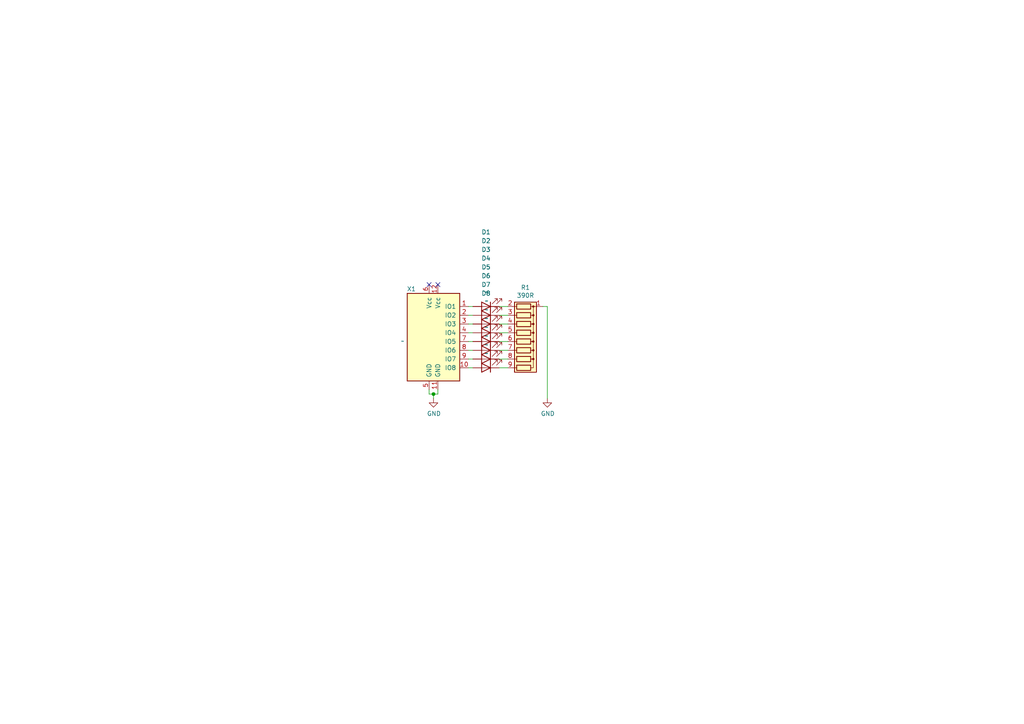
<source format=kicad_sch>
(kicad_sch (version 20230121) (generator eeschema)

  (uuid 1f1fe1cb-9e20-4677-b469-f9885a3caf1c)

  (paper "A4")

  (title_block
    (title "LED-Pmod")
    (date "2021-03-07")
    (rev "1.0")
    (company "Kampis-Elektroecke")
    (comment 4 "Author: Ing. Daniel Kampert")
  )

  (lib_symbols
    (symbol "Device:LED" (pin_numbers hide) (pin_names (offset 1.016) hide) (in_bom yes) (on_board yes)
      (property "Reference" "D" (at 0 2.54 0)
        (effects (font (size 1.27 1.27)))
      )
      (property "Value" "LED" (at 0 -2.54 0)
        (effects (font (size 1.27 1.27)))
      )
      (property "Footprint" "" (at 0 0 0)
        (effects (font (size 1.27 1.27)) hide)
      )
      (property "Datasheet" "~" (at 0 0 0)
        (effects (font (size 1.27 1.27)) hide)
      )
      (property "ki_keywords" "LED diode" (at 0 0 0)
        (effects (font (size 1.27 1.27)) hide)
      )
      (property "ki_description" "Light emitting diode" (at 0 0 0)
        (effects (font (size 1.27 1.27)) hide)
      )
      (property "ki_fp_filters" "LED* LED_SMD:* LED_THT:*" (at 0 0 0)
        (effects (font (size 1.27 1.27)) hide)
      )
      (symbol "LED_0_1"
        (polyline
          (pts
            (xy -1.27 -1.27)
            (xy -1.27 1.27)
          )
          (stroke (width 0.254) (type default))
          (fill (type none))
        )
        (polyline
          (pts
            (xy -1.27 0)
            (xy 1.27 0)
          )
          (stroke (width 0) (type default))
          (fill (type none))
        )
        (polyline
          (pts
            (xy 1.27 -1.27)
            (xy 1.27 1.27)
            (xy -1.27 0)
            (xy 1.27 -1.27)
          )
          (stroke (width 0.254) (type default))
          (fill (type none))
        )
        (polyline
          (pts
            (xy -3.048 -0.762)
            (xy -4.572 -2.286)
            (xy -3.81 -2.286)
            (xy -4.572 -2.286)
            (xy -4.572 -1.524)
          )
          (stroke (width 0) (type default))
          (fill (type none))
        )
        (polyline
          (pts
            (xy -1.778 -0.762)
            (xy -3.302 -2.286)
            (xy -2.54 -2.286)
            (xy -3.302 -2.286)
            (xy -3.302 -1.524)
          )
          (stroke (width 0) (type default))
          (fill (type none))
        )
      )
      (symbol "LED_1_1"
        (pin passive line (at -3.81 0 0) (length 2.54)
          (name "K" (effects (font (size 1.27 1.27))))
          (number "1" (effects (font (size 1.27 1.27))))
        )
        (pin passive line (at 3.81 0 180) (length 2.54)
          (name "A" (effects (font (size 1.27 1.27))))
          (number "2" (effects (font (size 1.27 1.27))))
        )
      )
    )
    (symbol "Device:R_Network08" (pin_names (offset 0) hide) (in_bom yes) (on_board yes)
      (property "Reference" "RN" (at -12.7 0 90)
        (effects (font (size 1.27 1.27)))
      )
      (property "Value" "R_Network08" (at 10.16 0 90)
        (effects (font (size 1.27 1.27)))
      )
      (property "Footprint" "Resistor_THT:R_Array_SIP9" (at 12.065 0 90)
        (effects (font (size 1.27 1.27)) hide)
      )
      (property "Datasheet" "http://www.vishay.com/docs/31509/csc.pdf" (at 0 0 0)
        (effects (font (size 1.27 1.27)) hide)
      )
      (property "ki_keywords" "R network star-topology" (at 0 0 0)
        (effects (font (size 1.27 1.27)) hide)
      )
      (property "ki_description" "8 resistor network, star topology, bussed resistors, small symbol" (at 0 0 0)
        (effects (font (size 1.27 1.27)) hide)
      )
      (property "ki_fp_filters" "R?Array?SIP*" (at 0 0 0)
        (effects (font (size 1.27 1.27)) hide)
      )
      (symbol "R_Network08_0_1"
        (rectangle (start -11.43 -3.175) (end 8.89 3.175)
          (stroke (width 0.254) (type default))
          (fill (type background))
        )
        (rectangle (start -10.922 1.524) (end -9.398 -2.54)
          (stroke (width 0.254) (type default))
          (fill (type none))
        )
        (circle (center -10.16 2.286) (radius 0.254)
          (stroke (width 0) (type default))
          (fill (type outline))
        )
        (rectangle (start -8.382 1.524) (end -6.858 -2.54)
          (stroke (width 0.254) (type default))
          (fill (type none))
        )
        (circle (center -7.62 2.286) (radius 0.254)
          (stroke (width 0) (type default))
          (fill (type outline))
        )
        (rectangle (start -5.842 1.524) (end -4.318 -2.54)
          (stroke (width 0.254) (type default))
          (fill (type none))
        )
        (circle (center -5.08 2.286) (radius 0.254)
          (stroke (width 0) (type default))
          (fill (type outline))
        )
        (rectangle (start -3.302 1.524) (end -1.778 -2.54)
          (stroke (width 0.254) (type default))
          (fill (type none))
        )
        (circle (center -2.54 2.286) (radius 0.254)
          (stroke (width 0) (type default))
          (fill (type outline))
        )
        (rectangle (start -0.762 1.524) (end 0.762 -2.54)
          (stroke (width 0.254) (type default))
          (fill (type none))
        )
        (polyline
          (pts
            (xy -10.16 -2.54)
            (xy -10.16 -3.81)
          )
          (stroke (width 0) (type default))
          (fill (type none))
        )
        (polyline
          (pts
            (xy -7.62 -2.54)
            (xy -7.62 -3.81)
          )
          (stroke (width 0) (type default))
          (fill (type none))
        )
        (polyline
          (pts
            (xy -5.08 -2.54)
            (xy -5.08 -3.81)
          )
          (stroke (width 0) (type default))
          (fill (type none))
        )
        (polyline
          (pts
            (xy -2.54 -2.54)
            (xy -2.54 -3.81)
          )
          (stroke (width 0) (type default))
          (fill (type none))
        )
        (polyline
          (pts
            (xy 0 -2.54)
            (xy 0 -3.81)
          )
          (stroke (width 0) (type default))
          (fill (type none))
        )
        (polyline
          (pts
            (xy 2.54 -2.54)
            (xy 2.54 -3.81)
          )
          (stroke (width 0) (type default))
          (fill (type none))
        )
        (polyline
          (pts
            (xy 5.08 -2.54)
            (xy 5.08 -3.81)
          )
          (stroke (width 0) (type default))
          (fill (type none))
        )
        (polyline
          (pts
            (xy 7.62 -2.54)
            (xy 7.62 -3.81)
          )
          (stroke (width 0) (type default))
          (fill (type none))
        )
        (polyline
          (pts
            (xy -10.16 1.524)
            (xy -10.16 2.286)
            (xy -7.62 2.286)
            (xy -7.62 1.524)
          )
          (stroke (width 0) (type default))
          (fill (type none))
        )
        (polyline
          (pts
            (xy -7.62 1.524)
            (xy -7.62 2.286)
            (xy -5.08 2.286)
            (xy -5.08 1.524)
          )
          (stroke (width 0) (type default))
          (fill (type none))
        )
        (polyline
          (pts
            (xy -5.08 1.524)
            (xy -5.08 2.286)
            (xy -2.54 2.286)
            (xy -2.54 1.524)
          )
          (stroke (width 0) (type default))
          (fill (type none))
        )
        (polyline
          (pts
            (xy -2.54 1.524)
            (xy -2.54 2.286)
            (xy 0 2.286)
            (xy 0 1.524)
          )
          (stroke (width 0) (type default))
          (fill (type none))
        )
        (polyline
          (pts
            (xy 0 1.524)
            (xy 0 2.286)
            (xy 2.54 2.286)
            (xy 2.54 1.524)
          )
          (stroke (width 0) (type default))
          (fill (type none))
        )
        (polyline
          (pts
            (xy 2.54 1.524)
            (xy 2.54 2.286)
            (xy 5.08 2.286)
            (xy 5.08 1.524)
          )
          (stroke (width 0) (type default))
          (fill (type none))
        )
        (polyline
          (pts
            (xy 5.08 1.524)
            (xy 5.08 2.286)
            (xy 7.62 2.286)
            (xy 7.62 1.524)
          )
          (stroke (width 0) (type default))
          (fill (type none))
        )
        (circle (center 0 2.286) (radius 0.254)
          (stroke (width 0) (type default))
          (fill (type outline))
        )
        (rectangle (start 1.778 1.524) (end 3.302 -2.54)
          (stroke (width 0.254) (type default))
          (fill (type none))
        )
        (circle (center 2.54 2.286) (radius 0.254)
          (stroke (width 0) (type default))
          (fill (type outline))
        )
        (rectangle (start 4.318 1.524) (end 5.842 -2.54)
          (stroke (width 0.254) (type default))
          (fill (type none))
        )
        (circle (center 5.08 2.286) (radius 0.254)
          (stroke (width 0) (type default))
          (fill (type outline))
        )
        (rectangle (start 6.858 1.524) (end 8.382 -2.54)
          (stroke (width 0.254) (type default))
          (fill (type none))
        )
      )
      (symbol "R_Network08_1_1"
        (pin passive line (at -10.16 5.08 270) (length 2.54)
          (name "common" (effects (font (size 1.27 1.27))))
          (number "1" (effects (font (size 1.27 1.27))))
        )
        (pin passive line (at -10.16 -5.08 90) (length 1.27)
          (name "R1" (effects (font (size 1.27 1.27))))
          (number "2" (effects (font (size 1.27 1.27))))
        )
        (pin passive line (at -7.62 -5.08 90) (length 1.27)
          (name "R2" (effects (font (size 1.27 1.27))))
          (number "3" (effects (font (size 1.27 1.27))))
        )
        (pin passive line (at -5.08 -5.08 90) (length 1.27)
          (name "R3" (effects (font (size 1.27 1.27))))
          (number "4" (effects (font (size 1.27 1.27))))
        )
        (pin passive line (at -2.54 -5.08 90) (length 1.27)
          (name "R4" (effects (font (size 1.27 1.27))))
          (number "5" (effects (font (size 1.27 1.27))))
        )
        (pin passive line (at 0 -5.08 90) (length 1.27)
          (name "R5" (effects (font (size 1.27 1.27))))
          (number "6" (effects (font (size 1.27 1.27))))
        )
        (pin passive line (at 2.54 -5.08 90) (length 1.27)
          (name "R6" (effects (font (size 1.27 1.27))))
          (number "7" (effects (font (size 1.27 1.27))))
        )
        (pin passive line (at 5.08 -5.08 90) (length 1.27)
          (name "R7" (effects (font (size 1.27 1.27))))
          (number "8" (effects (font (size 1.27 1.27))))
        )
        (pin passive line (at 7.62 -5.08 90) (length 1.27)
          (name "R8" (effects (font (size 1.27 1.27))))
          (number "9" (effects (font (size 1.27 1.27))))
        )
      )
    )
    (symbol "LED_Pmod-rescue:Pmod_Header_2x06-Digilent" (pin_names (offset 1.016)) (in_bom yes) (on_board yes)
      (property "Reference" "X" (at -6.35 13.97 0)
        (effects (font (size 1.27 1.27)))
      )
      (property "Value" "Digilent_Pmod_Header_2x06" (at 1.27 -13.97 0)
        (effects (font (size 1.27 1.27)))
      )
      (property "Footprint" "Digilent:Pmod-Header-2x06" (at 21.59 13.97 0)
        (effects (font (size 1.27 1.27)) hide)
      )
      (property "Datasheet" "" (at 21.59 13.97 0)
        (effects (font (size 1.27 1.27)) hide)
      )
      (property "Mfr." "Amphenol FCI" (at 0 0 0)
        (effects (font (size 1.27 1.27)) hide)
      )
      (property "Mfr. No." "77317-412-12LF" (at 0 0 0)
        (effects (font (size 1.27 1.27)) hide)
      )
      (symbol "Pmod_Header_2x06-Digilent_1_1"
        (rectangle (start -7.62 12.7) (end 7.62 -12.7)
          (stroke (width 0.254) (type solid))
          (fill (type background))
        )
        (pin bidirectional line (at 10.16 8.89 180) (length 2.54)
          (name "IO1" (effects (font (size 1.27 1.27))))
          (number "1" (effects (font (size 1.27 1.27))))
        )
        (pin bidirectional line (at 10.16 -8.89 180) (length 2.54)
          (name "IO8" (effects (font (size 1.27 1.27))))
          (number "10" (effects (font (size 1.27 1.27))))
        )
        (pin passive line (at 1.27 -15.24 90) (length 2.54)
          (name "GND" (effects (font (size 1.27 1.27))))
          (number "11" (effects (font (size 1.27 1.27))))
        )
        (pin power_in line (at 1.27 15.24 270) (length 2.54)
          (name "Vcc" (effects (font (size 1.27 1.27))))
          (number "12" (effects (font (size 1.27 1.27))))
        )
        (pin bidirectional line (at 10.16 6.35 180) (length 2.54)
          (name "IO2" (effects (font (size 1.27 1.27))))
          (number "2" (effects (font (size 1.27 1.27))))
        )
        (pin bidirectional line (at 10.16 3.81 180) (length 2.54)
          (name "IO3" (effects (font (size 1.27 1.27))))
          (number "3" (effects (font (size 1.27 1.27))))
        )
        (pin bidirectional line (at 10.16 1.27 180) (length 2.54)
          (name "IO4" (effects (font (size 1.27 1.27))))
          (number "4" (effects (font (size 1.27 1.27))))
        )
        (pin passive line (at -1.27 -15.24 90) (length 2.54)
          (name "GND" (effects (font (size 1.27 1.27))))
          (number "5" (effects (font (size 1.27 1.27))))
        )
        (pin power_in line (at -1.27 15.24 270) (length 2.54)
          (name "Vcc" (effects (font (size 1.27 1.27))))
          (number "6" (effects (font (size 1.27 1.27))))
        )
        (pin bidirectional line (at 10.16 -1.27 180) (length 2.54)
          (name "IO5" (effects (font (size 1.27 1.27))))
          (number "7" (effects (font (size 1.27 1.27))))
        )
        (pin bidirectional line (at 10.16 -3.81 180) (length 2.54)
          (name "IO6" (effects (font (size 1.27 1.27))))
          (number "8" (effects (font (size 1.27 1.27))))
        )
        (pin bidirectional line (at 10.16 -6.35 180) (length 2.54)
          (name "IO7" (effects (font (size 1.27 1.27))))
          (number "9" (effects (font (size 1.27 1.27))))
        )
      )
    )
    (symbol "power:GND" (power) (pin_names (offset 0)) (in_bom yes) (on_board yes)
      (property "Reference" "#PWR" (at 0 -6.35 0)
        (effects (font (size 1.27 1.27)) hide)
      )
      (property "Value" "GND" (at 0 -3.81 0)
        (effects (font (size 1.27 1.27)))
      )
      (property "Footprint" "" (at 0 0 0)
        (effects (font (size 1.27 1.27)) hide)
      )
      (property "Datasheet" "" (at 0 0 0)
        (effects (font (size 1.27 1.27)) hide)
      )
      (property "ki_keywords" "global power" (at 0 0 0)
        (effects (font (size 1.27 1.27)) hide)
      )
      (property "ki_description" "Power symbol creates a global label with name \"GND\" , ground" (at 0 0 0)
        (effects (font (size 1.27 1.27)) hide)
      )
      (symbol "GND_0_1"
        (polyline
          (pts
            (xy 0 0)
            (xy 0 -1.27)
            (xy 1.27 -1.27)
            (xy 0 -2.54)
            (xy -1.27 -1.27)
            (xy 0 -1.27)
          )
          (stroke (width 0) (type default))
          (fill (type none))
        )
      )
      (symbol "GND_1_1"
        (pin power_in line (at 0 0 270) (length 0) hide
          (name "GND" (effects (font (size 1.27 1.27))))
          (number "1" (effects (font (size 1.27 1.27))))
        )
      )
    )
  )

  (junction (at 125.73 114.3) (diameter 0) (color 0 0 0 0)
    (uuid 99f39649-6bcf-4398-b5c1-af84fa471409)
  )

  (no_connect (at 127 82.55) (uuid 89906438-3b04-4eed-be09-0121072ca585))
  (no_connect (at 124.46 82.55) (uuid a3a27769-b18e-4b06-82b5-c60246156d23))

  (wire (pts (xy 137.16 104.14) (xy 135.89 104.14))
    (stroke (width 0) (type default))
    (uuid 1969bdab-ca01-46cc-80e1-db1ce1f7f8e1)
  )
  (wire (pts (xy 124.46 113.03) (xy 124.46 114.3))
    (stroke (width 0) (type default))
    (uuid 318ee40e-0bda-40d5-9e34-06c0d1911927)
  )
  (wire (pts (xy 144.78 88.9) (xy 147.32 88.9))
    (stroke (width 0) (type default))
    (uuid 3c69d396-1b6e-4ca4-bb43-6c6a22fed9e9)
  )
  (wire (pts (xy 137.16 99.06) (xy 135.89 99.06))
    (stroke (width 0) (type default))
    (uuid 43e4f7f9-8454-4f3c-8d9b-b4da7c352860)
  )
  (wire (pts (xy 144.78 106.68) (xy 147.32 106.68))
    (stroke (width 0) (type default))
    (uuid 46a1f2ac-8301-4fd6-95f1-07ebfccdb0a2)
  )
  (wire (pts (xy 144.78 99.06) (xy 147.32 99.06))
    (stroke (width 0) (type default))
    (uuid 520803dd-0acf-4407-aa31-014faf3d7e37)
  )
  (wire (pts (xy 127 114.3) (xy 127 113.03))
    (stroke (width 0) (type default))
    (uuid 64cc32cb-10c6-472c-b329-e0a8adf036e5)
  )
  (wire (pts (xy 144.78 91.44) (xy 147.32 91.44))
    (stroke (width 0) (type default))
    (uuid 8607920c-5465-42a9-bcfe-e2beb6e26e7f)
  )
  (wire (pts (xy 158.75 88.9) (xy 158.75 115.57))
    (stroke (width 0) (type default))
    (uuid 9324f13a-fffb-48de-90a1-f5363992ec85)
  )
  (wire (pts (xy 157.48 88.9) (xy 158.75 88.9))
    (stroke (width 0) (type default))
    (uuid a04a73a9-4e0e-426f-90db-d76160784a92)
  )
  (wire (pts (xy 147.32 101.6) (xy 144.78 101.6))
    (stroke (width 0) (type default))
    (uuid a46a13d1-06ba-4cfc-9d63-1e287ae191b7)
  )
  (wire (pts (xy 135.89 88.9) (xy 137.16 88.9))
    (stroke (width 0) (type default))
    (uuid bc0f9c24-8757-4f0a-8aa9-5d8bb6960c99)
  )
  (wire (pts (xy 125.73 114.3) (xy 127 114.3))
    (stroke (width 0) (type default))
    (uuid bf40bf41-3921-4504-a086-7ea41e08e947)
  )
  (wire (pts (xy 125.73 114.3) (xy 125.73 115.57))
    (stroke (width 0) (type default))
    (uuid bfc96382-975b-41cc-933e-6f4c0aa56f22)
  )
  (wire (pts (xy 144.78 96.52) (xy 147.32 96.52))
    (stroke (width 0) (type default))
    (uuid cc6096b1-201b-4187-baaf-2433903e56f8)
  )
  (wire (pts (xy 137.16 93.98) (xy 135.89 93.98))
    (stroke (width 0) (type default))
    (uuid d4999f6e-8138-4e79-9d83-95531bc333ed)
  )
  (wire (pts (xy 135.89 101.6) (xy 137.16 101.6))
    (stroke (width 0) (type default))
    (uuid db987c96-c7e1-4f98-b80b-f7781e63cb7c)
  )
  (wire (pts (xy 144.78 93.98) (xy 147.32 93.98))
    (stroke (width 0) (type default))
    (uuid decbbc20-043a-45e8-90a8-0a6d4509fd56)
  )
  (wire (pts (xy 144.78 104.14) (xy 147.32 104.14))
    (stroke (width 0) (type default))
    (uuid e0be9b91-cbc7-44c7-b303-9f8154d29c01)
  )
  (wire (pts (xy 137.16 91.44) (xy 135.89 91.44))
    (stroke (width 0) (type default))
    (uuid e6b84fe8-3a62-41d2-87c3-5eadf4d3fe8a)
  )
  (wire (pts (xy 124.46 114.3) (xy 125.73 114.3))
    (stroke (width 0) (type default))
    (uuid ebfbc882-45c8-4f2e-b947-ed22ed84c3c5)
  )
  (wire (pts (xy 135.89 96.52) (xy 137.16 96.52))
    (stroke (width 0) (type default))
    (uuid ef8017a1-7f3a-4ba5-94ed-fadeeee56537)
  )
  (wire (pts (xy 135.89 106.68) (xy 137.16 106.68))
    (stroke (width 0) (type default))
    (uuid fdd2566c-0380-4b3e-9492-2475f3f385ba)
  )

  (symbol (lib_id "LED_Pmod-rescue:Pmod_Header_2x06-Digilent") (at 125.73 97.79 0) (unit 1)
    (in_bom yes) (on_board yes) (dnp no)
    (uuid 00000000-0000-0000-0000-00006045e094)
    (property "Reference" "X1" (at 120.65 83.82 0)
      (effects (font (size 1.27 1.27)) (justify right))
    )
    (property "Value" "~" (at 117.348 98.933 0)
      (effects (font (size 1.27 1.27)) (justify right))
    )
    (property "Footprint" "Digilent:Pmod-Header-2x06" (at 147.32 83.82 0)
      (effects (font (size 1.27 1.27)) hide)
    )
    (property "Datasheet" "https://reference.digilentinc.com/_media/reference/pmod/pmod-interface-specification-1_2_0.pdf" (at 147.32 83.82 0)
      (effects (font (size 1.27 1.27)) hide)
    )
    (property "Mfr." "Amphenol FCI" (at 125.73 97.79 0)
      (effects (font (size 1.27 1.27)) hide)
    )
    (property "Mfr. No." "77317-412-12LF" (at 125.73 97.79 0)
      (effects (font (size 1.27 1.27)) hide)
    )
    (property "Distributor" "Mouser" (at 125.73 97.79 0)
      (effects (font (size 1.27 1.27)) hide)
    )
    (property "Order Number" "649-77317-412-12LF" (at 125.73 97.79 0)
      (effects (font (size 1.27 1.27)) hide)
    )
    (pin "1" (uuid d9c947ab-2a8c-424c-ad09-c7b9416bee34))
    (pin "10" (uuid cee3a569-3a7c-4eb2-a80c-52fc1c835287))
    (pin "11" (uuid 52205f17-14a3-43a6-b146-26cf2ca9080c))
    (pin "12" (uuid bf7a54b5-b150-462a-a5ba-ebc16769db06))
    (pin "2" (uuid 4216c92d-e289-4db7-b63c-581b3c01c3fc))
    (pin "3" (uuid e1cd22a3-1b56-42d9-a2fe-aec2e78feb51))
    (pin "4" (uuid b009b43d-82a8-4860-92d9-af839868c05a))
    (pin "5" (uuid 1254b014-66bf-4dbd-9f93-7c96f0ec801a))
    (pin "6" (uuid a02c321e-dfa5-4c27-bea9-33fdbd1bc881))
    (pin "7" (uuid 089de27f-d066-4e85-82e8-42cb1d763184))
    (pin "8" (uuid b8b2b3e4-c63e-49ba-8db9-979fd05ef92d))
    (pin "9" (uuid b5ad6909-fa4d-46bd-a4f8-b374436b15c8))
    (instances
      (project "LED_Pmod"
        (path "/1f1fe1cb-9e20-4677-b469-f9885a3caf1c"
          (reference "X1") (unit 1)
        )
      )
    )
  )

  (symbol (lib_id "power:GND") (at 125.73 115.57 0) (unit 1)
    (in_bom yes) (on_board yes) (dnp no)
    (uuid 00000000-0000-0000-0000-00006045f14d)
    (property "Reference" "#PWR01" (at 125.73 121.92 0)
      (effects (font (size 1.27 1.27)) hide)
    )
    (property "Value" "GND" (at 125.857 119.9642 0)
      (effects (font (size 1.27 1.27)))
    )
    (property "Footprint" "" (at 125.73 115.57 0)
      (effects (font (size 1.27 1.27)) hide)
    )
    (property "Datasheet" "" (at 125.73 115.57 0)
      (effects (font (size 1.27 1.27)) hide)
    )
    (pin "1" (uuid 1b7dc8ad-ed22-4e1d-bffd-053fb39c24e7))
    (instances
      (project "LED_Pmod"
        (path "/1f1fe1cb-9e20-4677-b469-f9885a3caf1c"
          (reference "#PWR01") (unit 1)
        )
      )
    )
  )

  (symbol (lib_id "Device:LED") (at 140.97 88.9 180) (unit 1)
    (in_bom yes) (on_board yes) (dnp no)
    (uuid 00000000-0000-0000-0000-000060460095)
    (property "Reference" "D1" (at 140.97 67.31 0)
      (effects (font (size 1.27 1.27)))
    )
    (property "Value" "~" (at 141.1478 84.7344 0)
      (effects (font (size 1.27 1.27)))
    )
    (property "Footprint" "LED_THT:LED_D3.0mm" (at 140.97 88.9 0)
      (effects (font (size 1.27 1.27)) hide)
    )
    (property "Datasheet" "https://www.we-online.de/katalog/datasheet/151033RS03000.pdf" (at 140.97 88.9 0)
      (effects (font (size 1.27 1.27)) hide)
    )
    (property "Mfr." "Wurth Elektronik" (at 140.97 88.9 0)
      (effects (font (size 1.27 1.27)) hide)
    )
    (property "Mfr. No." "151033RS03000" (at 140.97 88.9 0)
      (effects (font (size 1.27 1.27)) hide)
    )
    (property "Distributor" "Mouser" (at 140.97 88.9 0)
      (effects (font (size 1.27 1.27)) hide)
    )
    (property "Order Number" "710-151033RS03000" (at 140.97 88.9 0)
      (effects (font (size 1.27 1.27)) hide)
    )
    (pin "1" (uuid 10268342-d514-413d-80ca-1a8d1fa62c7d))
    (pin "2" (uuid b9225041-4800-4a2e-bc8d-8eede9dbf633))
    (instances
      (project "LED_Pmod"
        (path "/1f1fe1cb-9e20-4677-b469-f9885a3caf1c"
          (reference "D1") (unit 1)
        )
      )
    )
  )

  (symbol (lib_id "Device:R_Network08") (at 152.4 99.06 270) (unit 1)
    (in_bom yes) (on_board yes) (dnp no)
    (uuid 00000000-0000-0000-0000-0000604616bd)
    (property "Reference" "R1" (at 152.4 83.3882 90)
      (effects (font (size 1.27 1.27)))
    )
    (property "Value" "390R" (at 152.4 85.6996 90)
      (effects (font (size 1.27 1.27)))
    )
    (property "Footprint" "Resistor_THT:R_Array_SIP9" (at 152.4 97.282 90)
      (effects (font (size 1.27 1.27)) hide)
    )
    (property "Datasheet" "https://www.bourns.com/pdfs/4600X.pdf" (at 152.4 99.06 0)
      (effects (font (size 1.27 1.27)) hide)
    )
    (property "Mfr." "Bourns" (at 152.4 99.06 0)
      (effects (font (size 1.27 1.27)) hide)
    )
    (property "Mfr. No." "4604X-102-391LF" (at 152.4 99.06 0)
      (effects (font (size 1.27 1.27)) hide)
    )
    (property "Distributor" "Mouser" (at 152.4 99.06 0)
      (effects (font (size 1.27 1.27)) hide)
    )
    (property "Order Number" "652-4604X-2LF-390" (at 152.4 99.06 0)
      (effects (font (size 1.27 1.27)) hide)
    )
    (pin "1" (uuid 3303080a-eac4-4f28-a2a5-9aaae83fd437))
    (pin "2" (uuid 1f7582ed-ea68-4143-8a92-837191970ee7))
    (pin "3" (uuid 52baf49e-164b-480d-909b-aefe40a16815))
    (pin "4" (uuid 6890c3b3-2109-4b84-a8b6-27fbc956f2dc))
    (pin "5" (uuid 433d091a-c1bc-4d15-8594-aee86bd08ccf))
    (pin "6" (uuid 77fbbe2c-122d-41dd-829e-fbc70dbbbd6a))
    (pin "7" (uuid c16fdd52-a2c6-44a8-8cda-5621134494c1))
    (pin "8" (uuid 8f710835-faef-4301-9ca1-20b002a3db1b))
    (pin "9" (uuid 5946e689-5c10-4eb5-b874-dcd1f7926f6e))
    (instances
      (project "LED_Pmod"
        (path "/1f1fe1cb-9e20-4677-b469-f9885a3caf1c"
          (reference "R1") (unit 1)
        )
      )
    )
  )

  (symbol (lib_id "power:GND") (at 158.75 115.57 0) (unit 1)
    (in_bom yes) (on_board yes) (dnp no)
    (uuid 00000000-0000-0000-0000-000060467202)
    (property "Reference" "#PWR02" (at 158.75 121.92 0)
      (effects (font (size 1.27 1.27)) hide)
    )
    (property "Value" "GND" (at 158.877 119.9642 0)
      (effects (font (size 1.27 1.27)))
    )
    (property "Footprint" "" (at 158.75 115.57 0)
      (effects (font (size 1.27 1.27)) hide)
    )
    (property "Datasheet" "" (at 158.75 115.57 0)
      (effects (font (size 1.27 1.27)) hide)
    )
    (pin "1" (uuid c4bea194-cd63-4ac5-b47b-caee7f819deb))
    (instances
      (project "LED_Pmod"
        (path "/1f1fe1cb-9e20-4677-b469-f9885a3caf1c"
          (reference "#PWR02") (unit 1)
        )
      )
    )
  )

  (symbol (lib_id "Device:LED") (at 140.97 91.44 180) (unit 1)
    (in_bom yes) (on_board yes) (dnp no)
    (uuid 00000000-0000-0000-0000-000060467aa1)
    (property "Reference" "D2" (at 140.97 69.85 0)
      (effects (font (size 1.27 1.27)))
    )
    (property "Value" "~" (at 141.1478 87.2744 0)
      (effects (font (size 1.27 1.27)))
    )
    (property "Footprint" "LED_THT:LED_D3.0mm" (at 140.97 91.44 0)
      (effects (font (size 1.27 1.27)) hide)
    )
    (property "Datasheet" "https://www.we-online.de/katalog/datasheet/151033RS03000.pdf" (at 140.97 91.44 0)
      (effects (font (size 1.27 1.27)) hide)
    )
    (property "Mfr." "Wurth Elektronik" (at 140.97 91.44 0)
      (effects (font (size 1.27 1.27)) hide)
    )
    (property "Mfr. No." "151033RS03000" (at 140.97 91.44 0)
      (effects (font (size 1.27 1.27)) hide)
    )
    (property "Distributor" "Mouser" (at 140.97 91.44 0)
      (effects (font (size 1.27 1.27)) hide)
    )
    (property "Order Number" "710-151033RS03000" (at 140.97 91.44 0)
      (effects (font (size 1.27 1.27)) hide)
    )
    (pin "1" (uuid 876c2e15-acb3-480e-8859-7d9b2114abb9))
    (pin "2" (uuid 0f5e741b-98b4-45a1-ace8-eed285fe889b))
    (instances
      (project "LED_Pmod"
        (path "/1f1fe1cb-9e20-4677-b469-f9885a3caf1c"
          (reference "D2") (unit 1)
        )
      )
    )
  )

  (symbol (lib_id "Device:LED") (at 140.97 93.98 180) (unit 1)
    (in_bom yes) (on_board yes) (dnp no)
    (uuid 00000000-0000-0000-0000-000060467cbf)
    (property "Reference" "D3" (at 140.97 72.39 0)
      (effects (font (size 1.27 1.27)))
    )
    (property "Value" "~" (at 141.1478 89.8144 0)
      (effects (font (size 1.27 1.27)))
    )
    (property "Footprint" "LED_THT:LED_D3.0mm" (at 140.97 93.98 0)
      (effects (font (size 1.27 1.27)) hide)
    )
    (property "Datasheet" "https://www.we-online.de/katalog/datasheet/151033RS03000.pdf" (at 140.97 93.98 0)
      (effects (font (size 1.27 1.27)) hide)
    )
    (property "Mfr." "Wurth Elektronik" (at 140.97 93.98 0)
      (effects (font (size 1.27 1.27)) hide)
    )
    (property "Mfr. No." "151033RS03000" (at 140.97 93.98 0)
      (effects (font (size 1.27 1.27)) hide)
    )
    (property "Distributor" "Mouser" (at 140.97 93.98 0)
      (effects (font (size 1.27 1.27)) hide)
    )
    (property "Order Number" "710-151033RS03000" (at 140.97 93.98 0)
      (effects (font (size 1.27 1.27)) hide)
    )
    (pin "1" (uuid a6f566e1-d6c0-47fd-ae43-1d3453538663))
    (pin "2" (uuid 1ce81473-f3cd-4cd6-a5b0-957122c2a55b))
    (instances
      (project "LED_Pmod"
        (path "/1f1fe1cb-9e20-4677-b469-f9885a3caf1c"
          (reference "D3") (unit 1)
        )
      )
    )
  )

  (symbol (lib_id "Device:LED") (at 140.97 96.52 180) (unit 1)
    (in_bom yes) (on_board yes) (dnp no)
    (uuid 00000000-0000-0000-0000-000060468171)
    (property "Reference" "D4" (at 140.97 74.93 0)
      (effects (font (size 1.27 1.27)))
    )
    (property "Value" "~" (at 141.1478 92.3544 0)
      (effects (font (size 1.27 1.27)))
    )
    (property "Footprint" "LED_THT:LED_D3.0mm" (at 140.97 96.52 0)
      (effects (font (size 1.27 1.27)) hide)
    )
    (property "Datasheet" "https://www.we-online.de/katalog/datasheet/151033RS03000.pdf" (at 140.97 96.52 0)
      (effects (font (size 1.27 1.27)) hide)
    )
    (property "Mfr." "Wurth Elektronik" (at 140.97 96.52 0)
      (effects (font (size 1.27 1.27)) hide)
    )
    (property "Mfr. No." "151033RS03000" (at 140.97 96.52 0)
      (effects (font (size 1.27 1.27)) hide)
    )
    (property "Distributor" "Mouser" (at 140.97 96.52 0)
      (effects (font (size 1.27 1.27)) hide)
    )
    (property "Order Number" "710-151033RS03000" (at 140.97 96.52 0)
      (effects (font (size 1.27 1.27)) hide)
    )
    (pin "1" (uuid 49712b1c-2802-441f-bbf0-95f107dad5c7))
    (pin "2" (uuid 8eea9783-33ad-4db2-a2ad-da6724b3f586))
    (instances
      (project "LED_Pmod"
        (path "/1f1fe1cb-9e20-4677-b469-f9885a3caf1c"
          (reference "D4") (unit 1)
        )
      )
    )
  )

  (symbol (lib_id "Device:LED") (at 140.97 99.06 180) (unit 1)
    (in_bom yes) (on_board yes) (dnp no)
    (uuid 00000000-0000-0000-0000-0000604683cb)
    (property "Reference" "D5" (at 140.97 77.47 0)
      (effects (font (size 1.27 1.27)))
    )
    (property "Value" "~" (at 141.1478 94.8944 0)
      (effects (font (size 1.27 1.27)))
    )
    (property "Footprint" "LED_THT:LED_D3.0mm" (at 140.97 99.06 0)
      (effects (font (size 1.27 1.27)) hide)
    )
    (property "Datasheet" "https://www.we-online.de/katalog/datasheet/151033RS03000.pdf" (at 140.97 99.06 0)
      (effects (font (size 1.27 1.27)) hide)
    )
    (property "Mfr." "Wurth Elektronik" (at 140.97 99.06 0)
      (effects (font (size 1.27 1.27)) hide)
    )
    (property "Mfr. No." "151033RS03000" (at 140.97 99.06 0)
      (effects (font (size 1.27 1.27)) hide)
    )
    (property "Distributor" "Mouser" (at 140.97 99.06 0)
      (effects (font (size 1.27 1.27)) hide)
    )
    (property "Order Number" "710-151033RS03000" (at 140.97 99.06 0)
      (effects (font (size 1.27 1.27)) hide)
    )
    (pin "1" (uuid 224ef4aa-2dac-484a-8b03-f9394f2d587e))
    (pin "2" (uuid ccd2733b-9c2f-4313-835e-2a2a02019195))
    (instances
      (project "LED_Pmod"
        (path "/1f1fe1cb-9e20-4677-b469-f9885a3caf1c"
          (reference "D5") (unit 1)
        )
      )
    )
  )

  (symbol (lib_id "Device:LED") (at 140.97 101.6 180) (unit 1)
    (in_bom yes) (on_board yes) (dnp no)
    (uuid 00000000-0000-0000-0000-000060468865)
    (property "Reference" "D6" (at 140.97 80.01 0)
      (effects (font (size 1.27 1.27)))
    )
    (property "Value" "~" (at 141.1478 97.4344 0)
      (effects (font (size 1.27 1.27)))
    )
    (property "Footprint" "LED_THT:LED_D3.0mm" (at 140.97 101.6 0)
      (effects (font (size 1.27 1.27)) hide)
    )
    (property "Datasheet" "https://www.we-online.de/katalog/datasheet/151033RS03000.pdf" (at 140.97 101.6 0)
      (effects (font (size 1.27 1.27)) hide)
    )
    (property "Mfr." "Wurth Elektronik" (at 140.97 101.6 0)
      (effects (font (size 1.27 1.27)) hide)
    )
    (property "Mfr. No." "151033RS03000" (at 140.97 101.6 0)
      (effects (font (size 1.27 1.27)) hide)
    )
    (property "Distributor" "Mouser" (at 140.97 101.6 0)
      (effects (font (size 1.27 1.27)) hide)
    )
    (property "Order Number" "710-151033RS03000" (at 140.97 101.6 0)
      (effects (font (size 1.27 1.27)) hide)
    )
    (pin "1" (uuid f8a4b200-e99b-41eb-b3b2-6a41990899de))
    (pin "2" (uuid 6405c6b4-fa6a-4dcf-b3df-fcfa880e94be))
    (instances
      (project "LED_Pmod"
        (path "/1f1fe1cb-9e20-4677-b469-f9885a3caf1c"
          (reference "D6") (unit 1)
        )
      )
    )
  )

  (symbol (lib_id "Device:LED") (at 140.97 104.14 180) (unit 1)
    (in_bom yes) (on_board yes) (dnp no)
    (uuid 00000000-0000-0000-0000-0000604691e6)
    (property "Reference" "D7" (at 140.97 82.55 0)
      (effects (font (size 1.27 1.27)))
    )
    (property "Value" "~" (at 141.1478 99.9744 0)
      (effects (font (size 1.27 1.27)))
    )
    (property "Footprint" "LED_THT:LED_D3.0mm" (at 140.97 104.14 0)
      (effects (font (size 1.27 1.27)) hide)
    )
    (property "Datasheet" "https://www.we-online.de/katalog/datasheet/151033RS03000.pdf" (at 140.97 104.14 0)
      (effects (font (size 1.27 1.27)) hide)
    )
    (property "Mfr." "Wurth Elektronik" (at 140.97 104.14 0)
      (effects (font (size 1.27 1.27)) hide)
    )
    (property "Mfr. No." "151033RS03000" (at 140.97 104.14 0)
      (effects (font (size 1.27 1.27)) hide)
    )
    (property "Distributor" "Mouser" (at 140.97 104.14 0)
      (effects (font (size 1.27 1.27)) hide)
    )
    (property "Order Number" "710-151033RS03000" (at 140.97 104.14 0)
      (effects (font (size 1.27 1.27)) hide)
    )
    (pin "1" (uuid e68d4b38-34e3-488f-a876-42d62217a313))
    (pin "2" (uuid c7692b86-0761-41bd-9825-61a050e65ff1))
    (instances
      (project "LED_Pmod"
        (path "/1f1fe1cb-9e20-4677-b469-f9885a3caf1c"
          (reference "D7") (unit 1)
        )
      )
    )
  )

  (symbol (lib_id "Device:LED") (at 140.97 106.68 180) (unit 1)
    (in_bom yes) (on_board yes) (dnp no)
    (uuid 00000000-0000-0000-0000-00006046949a)
    (property "Reference" "D8" (at 140.97 85.09 0)
      (effects (font (size 1.27 1.27)))
    )
    (property "Value" "~" (at 141.1478 102.5144 0)
      (effects (font (size 1.27 1.27)))
    )
    (property "Footprint" "LED_THT:LED_D3.0mm" (at 140.97 106.68 0)
      (effects (font (size 1.27 1.27)) hide)
    )
    (property "Datasheet" "https://www.we-online.de/katalog/datasheet/151033RS03000.pdf" (at 140.97 106.68 0)
      (effects (font (size 1.27 1.27)) hide)
    )
    (property "Mfr." "Wurth Elektronik" (at 140.97 106.68 0)
      (effects (font (size 1.27 1.27)) hide)
    )
    (property "Mfr. No." "151033RS03000" (at 140.97 106.68 0)
      (effects (font (size 1.27 1.27)) hide)
    )
    (property "Distributor" "Mouser" (at 140.97 106.68 0)
      (effects (font (size 1.27 1.27)) hide)
    )
    (property "Order Number" "710-151033RS03000" (at 140.97 106.68 0)
      (effects (font (size 1.27 1.27)) hide)
    )
    (pin "1" (uuid 6fd5529f-45aa-454b-81b1-943de1bf5fc0))
    (pin "2" (uuid a14cadf6-6c12-402f-af6d-e2bb2fc9e2de))
    (instances
      (project "LED_Pmod"
        (path "/1f1fe1cb-9e20-4677-b469-f9885a3caf1c"
          (reference "D8") (unit 1)
        )
      )
    )
  )

  (sheet_instances
    (path "/" (page "1"))
  )
)

</source>
